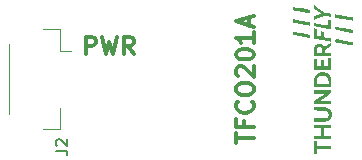
<source format=gbr>
%TF.GenerationSoftware,KiCad,Pcbnew,7.0.7-7.0.7~ubuntu23.04.1*%
%TF.CreationDate,2023-10-01T20:37:26+00:00*%
%TF.ProjectId,TFCO201,5446434f-3230-4312-9e6b-696361645f70,rev?*%
%TF.SameCoordinates,Original*%
%TF.FileFunction,Legend,Top*%
%TF.FilePolarity,Positive*%
%FSLAX46Y46*%
G04 Gerber Fmt 4.6, Leading zero omitted, Abs format (unit mm)*
G04 Created by KiCad (PCBNEW 7.0.7-7.0.7~ubuntu23.04.1) date 2023-10-01 20:37:26*
%MOMM*%
%LPD*%
G01*
G04 APERTURE LIST*
%ADD10C,0.300000*%
%ADD11C,0.150000*%
%ADD12C,0.120000*%
G04 APERTURE END LIST*
D10*
X6904510Y9608672D02*
X6904510Y11108672D01*
X6904510Y11108672D02*
X7475939Y11108672D01*
X7475939Y11108672D02*
X7618796Y11037243D01*
X7618796Y11037243D02*
X7690225Y10965815D01*
X7690225Y10965815D02*
X7761653Y10822958D01*
X7761653Y10822958D02*
X7761653Y10608672D01*
X7761653Y10608672D02*
X7690225Y10465815D01*
X7690225Y10465815D02*
X7618796Y10394386D01*
X7618796Y10394386D02*
X7475939Y10322958D01*
X7475939Y10322958D02*
X6904510Y10322958D01*
X8261653Y11108672D02*
X8618796Y9608672D01*
X8618796Y9608672D02*
X8904510Y10680100D01*
X8904510Y10680100D02*
X9190225Y9608672D01*
X9190225Y9608672D02*
X9547368Y11108672D01*
X10975939Y9608672D02*
X10475939Y10322958D01*
X10118796Y9608672D02*
X10118796Y11108672D01*
X10118796Y11108672D02*
X10690225Y11108672D01*
X10690225Y11108672D02*
X10833082Y11037243D01*
X10833082Y11037243D02*
X10904511Y10965815D01*
X10904511Y10965815D02*
X10975939Y10822958D01*
X10975939Y10822958D02*
X10975939Y10608672D01*
X10975939Y10608672D02*
X10904511Y10465815D01*
X10904511Y10465815D02*
X10833082Y10394386D01*
X10833082Y10394386D02*
X10690225Y10322958D01*
X10690225Y10322958D02*
X10118796Y10322958D01*
X19625328Y2107145D02*
X19625328Y2964287D01*
X21125328Y2535716D02*
X19625328Y2535716D01*
X20339614Y3964287D02*
X20339614Y3464287D01*
X21125328Y3464287D02*
X19625328Y3464287D01*
X19625328Y3464287D02*
X19625328Y4178573D01*
X20982471Y5607144D02*
X21053900Y5535716D01*
X21053900Y5535716D02*
X21125328Y5321430D01*
X21125328Y5321430D02*
X21125328Y5178573D01*
X21125328Y5178573D02*
X21053900Y4964287D01*
X21053900Y4964287D02*
X20911042Y4821430D01*
X20911042Y4821430D02*
X20768185Y4750001D01*
X20768185Y4750001D02*
X20482471Y4678573D01*
X20482471Y4678573D02*
X20268185Y4678573D01*
X20268185Y4678573D02*
X19982471Y4750001D01*
X19982471Y4750001D02*
X19839614Y4821430D01*
X19839614Y4821430D02*
X19696757Y4964287D01*
X19696757Y4964287D02*
X19625328Y5178573D01*
X19625328Y5178573D02*
X19625328Y5321430D01*
X19625328Y5321430D02*
X19696757Y5535716D01*
X19696757Y5535716D02*
X19768185Y5607144D01*
X19625328Y6535716D02*
X19625328Y6821430D01*
X19625328Y6821430D02*
X19696757Y6964287D01*
X19696757Y6964287D02*
X19839614Y7107144D01*
X19839614Y7107144D02*
X20125328Y7178573D01*
X20125328Y7178573D02*
X20625328Y7178573D01*
X20625328Y7178573D02*
X20911042Y7107144D01*
X20911042Y7107144D02*
X21053900Y6964287D01*
X21053900Y6964287D02*
X21125328Y6821430D01*
X21125328Y6821430D02*
X21125328Y6535716D01*
X21125328Y6535716D02*
X21053900Y6392858D01*
X21053900Y6392858D02*
X20911042Y6250001D01*
X20911042Y6250001D02*
X20625328Y6178573D01*
X20625328Y6178573D02*
X20125328Y6178573D01*
X20125328Y6178573D02*
X19839614Y6250001D01*
X19839614Y6250001D02*
X19696757Y6392858D01*
X19696757Y6392858D02*
X19625328Y6535716D01*
X19768185Y7750002D02*
X19696757Y7821430D01*
X19696757Y7821430D02*
X19625328Y7964287D01*
X19625328Y7964287D02*
X19625328Y8321430D01*
X19625328Y8321430D02*
X19696757Y8464287D01*
X19696757Y8464287D02*
X19768185Y8535716D01*
X19768185Y8535716D02*
X19911042Y8607145D01*
X19911042Y8607145D02*
X20053900Y8607145D01*
X20053900Y8607145D02*
X20268185Y8535716D01*
X20268185Y8535716D02*
X21125328Y7678573D01*
X21125328Y7678573D02*
X21125328Y8607145D01*
X19625328Y9535716D02*
X19625328Y9678573D01*
X19625328Y9678573D02*
X19696757Y9821430D01*
X19696757Y9821430D02*
X19768185Y9892858D01*
X19768185Y9892858D02*
X19911042Y9964287D01*
X19911042Y9964287D02*
X20196757Y10035716D01*
X20196757Y10035716D02*
X20553900Y10035716D01*
X20553900Y10035716D02*
X20839614Y9964287D01*
X20839614Y9964287D02*
X20982471Y9892858D01*
X20982471Y9892858D02*
X21053900Y9821430D01*
X21053900Y9821430D02*
X21125328Y9678573D01*
X21125328Y9678573D02*
X21125328Y9535716D01*
X21125328Y9535716D02*
X21053900Y9392858D01*
X21053900Y9392858D02*
X20982471Y9321430D01*
X20982471Y9321430D02*
X20839614Y9250001D01*
X20839614Y9250001D02*
X20553900Y9178573D01*
X20553900Y9178573D02*
X20196757Y9178573D01*
X20196757Y9178573D02*
X19911042Y9250001D01*
X19911042Y9250001D02*
X19768185Y9321430D01*
X19768185Y9321430D02*
X19696757Y9392858D01*
X19696757Y9392858D02*
X19625328Y9535716D01*
X21125328Y11464287D02*
X21125328Y10607144D01*
X21125328Y11035715D02*
X19625328Y11035715D01*
X19625328Y11035715D02*
X19839614Y10892858D01*
X19839614Y10892858D02*
X19982471Y10750001D01*
X19982471Y10750001D02*
X20053900Y10607144D01*
X20696757Y12035715D02*
X20696757Y12750000D01*
X21125328Y11892858D02*
X19625328Y12392858D01*
X19625328Y12392858D02*
X21125328Y12892858D01*
D11*
X4351019Y1444667D02*
X5065304Y1444667D01*
X5065304Y1444667D02*
X5208161Y1397048D01*
X5208161Y1397048D02*
X5303400Y1301810D01*
X5303400Y1301810D02*
X5351019Y1158953D01*
X5351019Y1158953D02*
X5351019Y1063715D01*
X4446257Y1873239D02*
X4398638Y1920858D01*
X4398638Y1920858D02*
X4351019Y2016096D01*
X4351019Y2016096D02*
X4351019Y2254191D01*
X4351019Y2254191D02*
X4398638Y2349429D01*
X4398638Y2349429D02*
X4446257Y2397048D01*
X4446257Y2397048D02*
X4541495Y2444667D01*
X4541495Y2444667D02*
X4636733Y2444667D01*
X4636733Y2444667D02*
X4779590Y2397048D01*
X4779590Y2397048D02*
X5351019Y1825620D01*
X5351019Y1825620D02*
X5351019Y2444667D01*
%TO.C,G\u002A\u002A\u002A*%
G36*
X26506671Y1883606D02*
G01*
X27700452Y1883606D01*
X27700452Y1617301D01*
X26506671Y1617301D01*
X26506671Y1204069D01*
X26240365Y1204069D01*
X26240365Y2296838D01*
X26506671Y2296838D01*
X26506671Y1883606D01*
G37*
G36*
X27700452Y8311661D02*
G01*
X26240365Y8311661D01*
X26240365Y9248321D01*
X26506671Y9248321D01*
X26506671Y8587149D01*
X26809417Y8587149D01*
X26811858Y8841976D01*
X26814299Y9096802D01*
X27076013Y9101898D01*
X27076013Y8587149D01*
X27443330Y8587149D01*
X27443330Y9266687D01*
X27700452Y9266687D01*
X27700452Y8311661D01*
G37*
G36*
X27700452Y3371242D02*
G01*
X27076013Y3371242D01*
X27076013Y2710070D01*
X27700452Y2710070D01*
X27700452Y2443765D01*
X26240365Y2443765D01*
X26240365Y2710070D01*
X26818890Y2710070D01*
X26818890Y3370980D01*
X26531924Y3373407D01*
X26244957Y3375833D01*
X26242416Y3511282D01*
X26239874Y3646730D01*
X27700452Y3646730D01*
X27700452Y3371242D01*
G37*
G36*
X27700452Y6328166D02*
G01*
X27207976Y5999866D01*
X26715501Y5671567D01*
X27207976Y5669192D01*
X27700452Y5666816D01*
X27700452Y5400671D01*
X26240365Y5400671D01*
X26240370Y5531527D01*
X26240375Y5662384D01*
X26705465Y5970013D01*
X27170556Y6277641D01*
X26705216Y6280021D01*
X26239875Y6282401D01*
X26244957Y6553129D01*
X26972705Y6555480D01*
X27700452Y6557831D01*
X27700452Y6328166D01*
G37*
G36*
X24474696Y11521458D02*
G01*
X24489151Y11518943D01*
X24520218Y11513505D01*
X24566419Y11505403D01*
X24626279Y11494897D01*
X24698320Y11482246D01*
X24781065Y11467710D01*
X24873039Y11451547D01*
X24972764Y11434018D01*
X25078764Y11415381D01*
X25189562Y11395896D01*
X25202694Y11393587D01*
X25896005Y11271644D01*
X25898547Y11136953D01*
X25899225Y11082220D01*
X25898762Y11043622D01*
X25897007Y11018951D01*
X25893809Y11006004D01*
X25889364Y11002552D01*
X25878678Y11004155D01*
X25851297Y11008711D01*
X25808610Y11015977D01*
X25752007Y11025713D01*
X25682879Y11037678D01*
X25602617Y11051629D01*
X25512609Y11067327D01*
X25414247Y11084528D01*
X25308920Y11102993D01*
X25198019Y11122479D01*
X25161370Y11128928D01*
X24445101Y11255014D01*
X24440009Y11527388D01*
X24474696Y11521458D01*
G37*
G36*
X28071322Y11937015D02*
G01*
X28098703Y11932455D01*
X28141389Y11925183D01*
X28197991Y11915439D01*
X28267117Y11903465D01*
X28347379Y11889503D01*
X28437385Y11873794D01*
X28535745Y11856580D01*
X28641071Y11838102D01*
X28751970Y11818602D01*
X28788630Y11812146D01*
X29504899Y11685971D01*
X29509991Y11413795D01*
X29475305Y11419743D01*
X29460849Y11422260D01*
X29429782Y11427697D01*
X29383579Y11435794D01*
X29323718Y11446294D01*
X29251675Y11458936D01*
X29168927Y11473461D01*
X29076951Y11489610D01*
X28977224Y11507125D01*
X28871222Y11525745D01*
X28760421Y11545211D01*
X28747307Y11547516D01*
X28053995Y11669340D01*
X28051454Y11804130D01*
X28050776Y11858883D01*
X28051238Y11897502D01*
X28052990Y11922191D01*
X28056184Y11935155D01*
X28060637Y11938621D01*
X28071322Y11937015D01*
G37*
G36*
X25110864Y12451970D02*
G01*
X25220757Y12432636D01*
X25326673Y12414012D01*
X25427021Y12396377D01*
X25520209Y12380011D01*
X25604645Y12365191D01*
X25678738Y12352198D01*
X25740897Y12341311D01*
X25789528Y12332809D01*
X25823041Y12326972D01*
X25838612Y12324286D01*
X25900597Y12313762D01*
X25900597Y12039583D01*
X25879935Y12044539D01*
X25867796Y12046880D01*
X25838991Y12052135D01*
X25794943Y12060051D01*
X25737077Y12070378D01*
X25666817Y12082861D01*
X25585587Y12097248D01*
X25494811Y12113287D01*
X25395914Y12130726D01*
X25290319Y12149312D01*
X25179451Y12168791D01*
X25152751Y12173478D01*
X25041368Y12193055D01*
X24935308Y12211760D01*
X24835950Y12229344D01*
X24744671Y12245561D01*
X24662851Y12260164D01*
X24591868Y12272907D01*
X24533100Y12283541D01*
X24487925Y12291822D01*
X24457723Y12297500D01*
X24443871Y12300331D01*
X24443116Y12300571D01*
X24442178Y12310361D01*
X24441705Y12335177D01*
X24441710Y12371684D01*
X24442207Y12416550D01*
X24442553Y12436406D01*
X24445101Y12569128D01*
X25110864Y12451970D01*
G37*
G36*
X28070065Y12990651D02*
G01*
X28082256Y12988354D01*
X28111090Y12983157D01*
X28155118Y12975317D01*
X28212891Y12965089D01*
X28282960Y12952727D01*
X28363874Y12938488D01*
X28454186Y12922627D01*
X28552445Y12905399D01*
X28657202Y12887059D01*
X28767007Y12867862D01*
X28774856Y12866491D01*
X28885101Y12847222D01*
X28990504Y12828777D01*
X29089602Y12811413D01*
X29180933Y12795387D01*
X29263036Y12780957D01*
X29334447Y12768379D01*
X29393706Y12757912D01*
X29439350Y12749812D01*
X29469916Y12744337D01*
X29483943Y12741743D01*
X29484237Y12741683D01*
X29509491Y12736377D01*
X29509491Y12603954D01*
X29509071Y12548821D01*
X29507697Y12510028D01*
X29505194Y12485567D01*
X29501389Y12473430D01*
X29498012Y12471191D01*
X29487367Y12472689D01*
X29460022Y12477132D01*
X29417364Y12484281D01*
X29360781Y12493898D01*
X29291660Y12505744D01*
X29211388Y12519580D01*
X29121353Y12535167D01*
X29022942Y12552267D01*
X28917544Y12570641D01*
X28806544Y12590050D01*
X28767968Y12596809D01*
X28049404Y12722766D01*
X28049404Y12995308D01*
X28070065Y12990651D01*
G37*
G36*
X28696801Y10785320D02*
G01*
X28805585Y10766211D01*
X28910990Y10747687D01*
X29011315Y10730047D01*
X29104860Y10713591D01*
X29189924Y10698618D01*
X29264806Y10685428D01*
X29327806Y10674319D01*
X29377224Y10665592D01*
X29411359Y10659546D01*
X29424548Y10657195D01*
X29509491Y10641958D01*
X29509491Y10509890D01*
X29509385Y10458269D01*
X29508793Y10422221D01*
X29507300Y10398952D01*
X29504489Y10385670D01*
X29499947Y10379580D01*
X29493257Y10377891D01*
X29489869Y10377822D01*
X29478200Y10379362D01*
X29450318Y10383789D01*
X29407886Y10390811D01*
X29352573Y10400137D01*
X29286042Y10411474D01*
X29209961Y10424532D01*
X29125994Y10439019D01*
X29035808Y10454643D01*
X28941068Y10471112D01*
X28843440Y10488136D01*
X28744590Y10505423D01*
X28646184Y10522680D01*
X28549887Y10539618D01*
X28457364Y10555943D01*
X28370283Y10571364D01*
X28290308Y10585591D01*
X28219105Y10598331D01*
X28158341Y10609293D01*
X28109680Y10618185D01*
X28074789Y10624715D01*
X28055333Y10628593D01*
X28051762Y10629525D01*
X28050913Y10639223D01*
X28050514Y10663957D01*
X28050572Y10700405D01*
X28051095Y10745243D01*
X28051447Y10765299D01*
X28053995Y10898209D01*
X28696801Y10785320D01*
G37*
G36*
X24457308Y13618415D02*
G01*
X24483937Y13614004D01*
X24525912Y13606891D01*
X24581861Y13597313D01*
X24650414Y13585505D01*
X24730199Y13571706D01*
X24819844Y13556152D01*
X24917978Y13539080D01*
X25023229Y13520727D01*
X25134227Y13501330D01*
X25177441Y13493767D01*
X25900597Y13367160D01*
X25900597Y13094511D01*
X25875344Y13099793D01*
X25862400Y13102194D01*
X25832826Y13107492D01*
X25788083Y13115431D01*
X25729633Y13125753D01*
X25658939Y13138202D01*
X25577462Y13152520D01*
X25486665Y13168450D01*
X25388010Y13185734D01*
X25282959Y13204116D01*
X25172973Y13223339D01*
X25165962Y13224563D01*
X25055857Y13243808D01*
X24950698Y13262216D01*
X24851936Y13279531D01*
X24761020Y13295498D01*
X24679400Y13309861D01*
X24608524Y13322365D01*
X24549842Y13332755D01*
X24504803Y13340776D01*
X24474857Y13346171D01*
X24461453Y13348686D01*
X24461172Y13348748D01*
X24453118Y13351228D01*
X24447486Y13356319D01*
X24443844Y13366905D01*
X24441759Y13385872D01*
X24440796Y13416108D01*
X24440523Y13460498D01*
X24440510Y13486420D01*
X24440958Y13533514D01*
X24442191Y13573345D01*
X24444040Y13602666D01*
X24446339Y13618231D01*
X24447397Y13619886D01*
X24457308Y13618415D01*
G37*
G36*
X27463992Y12540871D02*
G01*
X27482125Y12537327D01*
X27512901Y12531687D01*
X27550855Y12524943D01*
X27567300Y12522076D01*
X27607369Y12515058D01*
X27643239Y12508643D01*
X27669092Y12503875D01*
X27675199Y12502688D01*
X27700452Y12497621D01*
X27700452Y12112667D01*
X27700342Y12014544D01*
X27699984Y11933438D01*
X27699338Y11868003D01*
X27698365Y11816892D01*
X27697023Y11778756D01*
X27695273Y11752250D01*
X27693075Y11736026D01*
X27690388Y11728737D01*
X27688974Y11728013D01*
X27678327Y11729619D01*
X27650985Y11734178D01*
X27608336Y11741450D01*
X27551770Y11751194D01*
X27482676Y11763167D01*
X27402445Y11777128D01*
X27312464Y11792836D01*
X27214125Y11810049D01*
X27108816Y11828526D01*
X26997927Y11848025D01*
X26961226Y11854488D01*
X26244957Y11980663D01*
X26242416Y12115902D01*
X26241898Y12163363D01*
X26242172Y12203543D01*
X26243160Y12233240D01*
X26244784Y12249252D01*
X26245723Y12251141D01*
X26256167Y12249590D01*
X26282841Y12245157D01*
X26323893Y12238165D01*
X26377469Y12228941D01*
X26441717Y12217811D01*
X26514784Y12205100D01*
X26594816Y12191134D01*
X26679962Y12176238D01*
X26768367Y12160739D01*
X26858179Y12144961D01*
X26947545Y12129231D01*
X27034613Y12113874D01*
X27117528Y12099215D01*
X27194439Y12085582D01*
X27263493Y12073298D01*
X27322835Y12062690D01*
X27370614Y12054084D01*
X27404977Y12047805D01*
X27424071Y12044179D01*
X27427260Y12043478D01*
X27432008Y12043078D01*
X27435719Y12046346D01*
X27438520Y12055243D01*
X27440538Y12071729D01*
X27441900Y12097766D01*
X27442733Y12135314D01*
X27443163Y12186334D01*
X27443317Y12252788D01*
X27443330Y12292020D01*
X27443330Y12545344D01*
X27463992Y12540871D01*
G37*
G36*
X27027677Y8103119D02*
G01*
X27119878Y8094732D01*
X27181245Y8083121D01*
X27288968Y8048367D01*
X27386575Y7999257D01*
X27472946Y7936666D01*
X27546964Y7861474D01*
X27607509Y7774557D01*
X27630759Y7730396D01*
X27646003Y7698062D01*
X27658599Y7669386D01*
X27668820Y7642211D01*
X27676939Y7614379D01*
X27683229Y7583735D01*
X27687962Y7548120D01*
X27691411Y7505380D01*
X27693849Y7453355D01*
X27695549Y7389891D01*
X27696783Y7312830D01*
X27697823Y7220015D01*
X27698043Y7198230D01*
X27701620Y6842392D01*
X27461696Y6842392D01*
X26238216Y6842392D01*
X26241935Y7108697D01*
X26488305Y7108697D01*
X27461696Y7108697D01*
X27461696Y7278129D01*
X27461130Y7335979D01*
X27459560Y7391037D01*
X27457179Y7439236D01*
X27454181Y7476510D01*
X27451363Y7496224D01*
X27425926Y7574384D01*
X27385325Y7642705D01*
X27330358Y7700430D01*
X27261826Y7746802D01*
X27180526Y7781063D01*
X27138675Y7792638D01*
X27082602Y7801690D01*
X27015431Y7806119D01*
X26943818Y7806000D01*
X26874419Y7801410D01*
X26813890Y7792422D01*
X26798145Y7788800D01*
X26734577Y7769641D01*
X26683291Y7746734D01*
X26638212Y7716891D01*
X26603293Y7686601D01*
X26569156Y7651101D01*
X26542225Y7614681D01*
X26521729Y7574641D01*
X26506895Y7528287D01*
X26496951Y7472920D01*
X26491125Y7405845D01*
X26488644Y7324364D01*
X26488414Y7285468D01*
X26488305Y7108697D01*
X26241935Y7108697D01*
X26242865Y7175273D01*
X26244185Y7264126D01*
X26245506Y7336837D01*
X26246960Y7395629D01*
X26248679Y7442727D01*
X26250794Y7480353D01*
X26253439Y7510730D01*
X26256745Y7536083D01*
X26260843Y7558635D01*
X26265867Y7580608D01*
X26267267Y7586209D01*
X26303585Y7695723D01*
X26353890Y7793641D01*
X26417602Y7879376D01*
X26494146Y7952339D01*
X26582942Y8011944D01*
X26683414Y8057603D01*
X26751254Y8078633D01*
X26836577Y8094998D01*
X26930980Y8103184D01*
X27027677Y8103119D01*
G37*
G36*
X27695414Y10579875D02*
G01*
X27697567Y10556832D01*
X27699219Y10521316D01*
X27700219Y10476271D01*
X27700452Y10439064D01*
X27700452Y10287567D01*
X27436443Y10150715D01*
X27172433Y10013863D01*
X27167351Y9744199D01*
X27700452Y9744199D01*
X27700452Y9468601D01*
X26972705Y9470952D01*
X26940425Y9471056D01*
X26244957Y9473303D01*
X26245577Y9744199D01*
X26467590Y9744199D01*
X26940425Y9744199D01*
X26936039Y9893422D01*
X26933364Y9961027D01*
X26929659Y10012748D01*
X26924669Y10051049D01*
X26918139Y10078396D01*
X26916415Y10083337D01*
X26887516Y10140484D01*
X26848848Y10182460D01*
X26799512Y10209869D01*
X26738606Y10223316D01*
X26705007Y10224988D01*
X26636674Y10218170D01*
X26579621Y10197249D01*
X26534307Y10162509D01*
X26501191Y10114234D01*
X26492130Y10093021D01*
X26485320Y10068047D01*
X26480031Y10032834D01*
X26476014Y9984941D01*
X26473020Y9921923D01*
X26472233Y9898013D01*
X26467590Y9744199D01*
X26245577Y9744199D01*
X26245692Y9794705D01*
X26246092Y9890918D01*
X26246982Y9970945D01*
X26248614Y10036966D01*
X26251242Y10091159D01*
X26255118Y10135705D01*
X26260496Y10172782D01*
X26267628Y10204568D01*
X26276768Y10233244D01*
X26288169Y10260988D01*
X26302084Y10289980D01*
X26303547Y10292880D01*
X26349557Y10365581D01*
X26406561Y10423592D01*
X26474480Y10466846D01*
X26546618Y10493573D01*
X26594471Y10502129D01*
X26652651Y10506259D01*
X26714907Y10506091D01*
X26774987Y10501753D01*
X26826640Y10493373D01*
X26848263Y10487403D01*
X26925357Y10452019D01*
X26992372Y10401390D01*
X27048737Y10335983D01*
X27066287Y10308950D01*
X27079875Y10286522D01*
X27089030Y10271709D01*
X27090865Y10268908D01*
X27099220Y10272350D01*
X27121916Y10283600D01*
X27157148Y10301714D01*
X27203112Y10325749D01*
X27258002Y10354760D01*
X27320014Y10387803D01*
X27387342Y10423934D01*
X27389355Y10425018D01*
X27457106Y10461480D01*
X27519810Y10495174D01*
X27575616Y10525111D01*
X27622676Y10550301D01*
X27659141Y10569754D01*
X27683161Y10582480D01*
X27692887Y10587490D01*
X27692909Y10587499D01*
X27695414Y10579875D01*
G37*
G36*
X26747723Y5122952D02*
G01*
X26857242Y5122237D01*
X26950022Y5121554D01*
X27027687Y5120836D01*
X27091865Y5120015D01*
X27144181Y5119021D01*
X27186261Y5117789D01*
X27219731Y5116248D01*
X27246217Y5114333D01*
X27267344Y5111974D01*
X27284738Y5109103D01*
X27300027Y5105653D01*
X27314834Y5101556D01*
X27323802Y5098869D01*
X27423812Y5060453D01*
X27510705Y5010128D01*
X27583903Y4948437D01*
X27642830Y4875922D01*
X27686905Y4793126D01*
X27705411Y4740695D01*
X27713672Y4705619D01*
X27721735Y4659671D01*
X27728730Y4609394D01*
X27733792Y4561329D01*
X27736053Y4522017D01*
X27735977Y4510167D01*
X27734266Y4483983D01*
X27731005Y4447902D01*
X27727384Y4414053D01*
X27707501Y4313738D01*
X27672583Y4222681D01*
X27623362Y4141961D01*
X27560570Y4072657D01*
X27484940Y4015848D01*
X27440618Y3991524D01*
X27405323Y3975215D01*
X27370167Y3961255D01*
X27333473Y3949481D01*
X27293565Y3939730D01*
X27248763Y3931838D01*
X27197392Y3925643D01*
X27137773Y3920980D01*
X27068228Y3917688D01*
X26987082Y3915603D01*
X26892655Y3914562D01*
X26783271Y3914401D01*
X26657253Y3914958D01*
X26653598Y3914982D01*
X26244957Y3917627D01*
X26242416Y4053075D01*
X26239874Y4188523D01*
X26671053Y4188523D01*
X26774653Y4188747D01*
X26870189Y4189395D01*
X26956007Y4190436D01*
X27030449Y4191837D01*
X27091860Y4193565D01*
X27138585Y4195587D01*
X27168966Y4197872D01*
X27173300Y4198408D01*
X27257892Y4215550D01*
X27326934Y4241804D01*
X27381305Y4278069D01*
X27421884Y4325249D01*
X27449548Y4384245D01*
X27465179Y4455959D01*
X27468992Y4501780D01*
X27467175Y4585530D01*
X27453132Y4656046D01*
X27426066Y4714472D01*
X27385182Y4761950D01*
X27329685Y4799621D01*
X27258778Y4828628D01*
X27236738Y4835164D01*
X27220953Y4839205D01*
X27204099Y4842619D01*
X27184469Y4845474D01*
X27160360Y4847841D01*
X27130068Y4849787D01*
X27091887Y4851383D01*
X27044113Y4852697D01*
X26985042Y4853799D01*
X26912968Y4854756D01*
X26826188Y4855639D01*
X26722996Y4856517D01*
X26706399Y4856649D01*
X26240365Y4860339D01*
X26240365Y5126180D01*
X26747723Y5122952D01*
G37*
G36*
X26639823Y13490161D02*
G01*
X26714856Y13432158D01*
X26786061Y13377308D01*
X26852017Y13326691D01*
X26911306Y13281385D01*
X26962509Y13242473D01*
X27004207Y13211033D01*
X27034982Y13188145D01*
X27053413Y13174889D01*
X27057647Y13172162D01*
X27072086Y13167656D01*
X27102285Y13160599D01*
X27145887Y13151463D01*
X27200536Y13140716D01*
X27263874Y13128826D01*
X27333546Y13116264D01*
X27374458Y13109108D01*
X27446228Y13096636D01*
X27512643Y13084983D01*
X27571420Y13074558D01*
X27620273Y13065771D01*
X27656919Y13059031D01*
X27679073Y13054748D01*
X27684382Y13053551D01*
X27690717Y13049967D01*
X27695145Y13041681D01*
X27698001Y13025857D01*
X27699615Y12999659D01*
X27700320Y12960250D01*
X27700452Y12916285D01*
X27700081Y12869324D01*
X27699061Y12829680D01*
X27697531Y12800590D01*
X27695630Y12785288D01*
X27694766Y12783751D01*
X27684701Y12785284D01*
X27658652Y12789643D01*
X27618720Y12796465D01*
X27567008Y12805387D01*
X27505618Y12816047D01*
X27436653Y12828082D01*
X27374420Y12838987D01*
X27059760Y12894223D01*
X26654912Y12724200D01*
X26573729Y12690149D01*
X26497771Y12658373D01*
X26428702Y12629563D01*
X26368190Y12604409D01*
X26317899Y12583603D01*
X26279495Y12567836D01*
X26254645Y12557798D01*
X26245013Y12554180D01*
X26244982Y12554177D01*
X26243399Y12562839D01*
X26242340Y12586751D01*
X26241860Y12622804D01*
X26242015Y12667889D01*
X26242428Y12697591D01*
X26244957Y12841004D01*
X26531711Y12957009D01*
X26599690Y12984641D01*
X26661908Y13010188D01*
X26716400Y13032820D01*
X26761198Y13051711D01*
X26794336Y13066033D01*
X26813848Y13074960D01*
X26818359Y13077605D01*
X26811203Y13083895D01*
X26790849Y13099865D01*
X26758891Y13124310D01*
X26716924Y13156026D01*
X26666543Y13193808D01*
X26609343Y13236453D01*
X26546919Y13282756D01*
X26532814Y13293188D01*
X26469258Y13340344D01*
X26410431Y13384330D01*
X26357958Y13423906D01*
X26313463Y13457831D01*
X26278571Y13484866D01*
X26254907Y13503769D01*
X26244095Y13513301D01*
X26243614Y13513982D01*
X26242453Y13526222D01*
X26241785Y13553317D01*
X26241640Y13591759D01*
X26242046Y13638043D01*
X26242405Y13659857D01*
X26244957Y13795930D01*
X26639823Y13490161D01*
G37*
G36*
X26280510Y11800587D02*
G01*
X26316528Y11795415D01*
X26360174Y11788214D01*
X26371515Y11786214D01*
X26416739Y11778224D01*
X26455379Y11771554D01*
X26483880Y11766807D01*
X26498685Y11764585D01*
X26499783Y11764495D01*
X26501445Y11755659D01*
X26502963Y11730618D01*
X26504286Y11691529D01*
X26505366Y11640553D01*
X26506151Y11579849D01*
X26506592Y11511575D01*
X26506671Y11466651D01*
X26506671Y11168856D01*
X26554881Y11159300D01*
X26586919Y11153186D01*
X26629241Y11145424D01*
X26674025Y11137443D01*
X26685738Y11135399D01*
X26725061Y11128479D01*
X26759454Y11122255D01*
X26783457Y11117723D01*
X26789046Y11116580D01*
X26809707Y11112107D01*
X26809707Y11341855D01*
X26809912Y11416153D01*
X26810580Y11473767D01*
X26811796Y11516374D01*
X26813643Y11545654D01*
X26816207Y11563284D01*
X26819569Y11570942D01*
X26821186Y11571589D01*
X26833830Y11570004D01*
X26860175Y11565773D01*
X26895878Y11559671D01*
X26936596Y11552470D01*
X26977983Y11544945D01*
X27015698Y11537868D01*
X27045396Y11532012D01*
X27055351Y11529901D01*
X27076013Y11525339D01*
X27076013Y11066892D01*
X27096674Y11062204D01*
X27111005Y11059443D01*
X27140832Y11054059D01*
X27183545Y11046509D01*
X27236535Y11037252D01*
X27297192Y11026746D01*
X27360684Y11015831D01*
X27428127Y11004230D01*
X27492118Y10993133D01*
X27549659Y10983067D01*
X27597754Y10974558D01*
X27633406Y10968133D01*
X27652242Y10964595D01*
X27700452Y10955045D01*
X27700452Y10822543D01*
X27700225Y10770192D01*
X27699347Y10733526D01*
X27697519Y10709871D01*
X27694446Y10696550D01*
X27689829Y10690885D01*
X27685744Y10690042D01*
X27674022Y10691598D01*
X27646047Y10696071D01*
X27603491Y10703165D01*
X27548028Y10712585D01*
X27481329Y10724036D01*
X27405068Y10737224D01*
X27320917Y10751853D01*
X27230548Y10767628D01*
X27135635Y10784255D01*
X27037850Y10801438D01*
X26938865Y10818882D01*
X26840353Y10836293D01*
X26743987Y10853374D01*
X26651439Y10869833D01*
X26564382Y10885372D01*
X26484489Y10899698D01*
X26413432Y10912515D01*
X26352884Y10923529D01*
X26304518Y10932444D01*
X26270005Y10938965D01*
X26251019Y10942798D01*
X26247817Y10943642D01*
X26246417Y10953360D01*
X26245144Y10979232D01*
X26244006Y11019046D01*
X26243009Y11070591D01*
X26242159Y11131656D01*
X26241464Y11200028D01*
X26240930Y11273497D01*
X26240562Y11349851D01*
X26240369Y11426879D01*
X26240357Y11502368D01*
X26240532Y11574108D01*
X26240900Y11639887D01*
X26241470Y11697493D01*
X26242246Y11744715D01*
X26243236Y11779342D01*
X26244446Y11799162D01*
X26245250Y11803000D01*
X26255593Y11803270D01*
X26280510Y11800587D01*
G37*
D12*
%TO.C,J2*%
X4707200Y11735000D02*
X4707200Y9935000D01*
X3257200Y11735000D02*
X4707200Y11735000D01*
X437200Y10465000D02*
X437200Y4535000D01*
X4707200Y9935000D02*
X5697200Y9935000D01*
X4707200Y3265000D02*
X4707200Y5065000D01*
X3257200Y3265000D02*
X4707200Y3265000D01*
%TD*%
M02*

</source>
